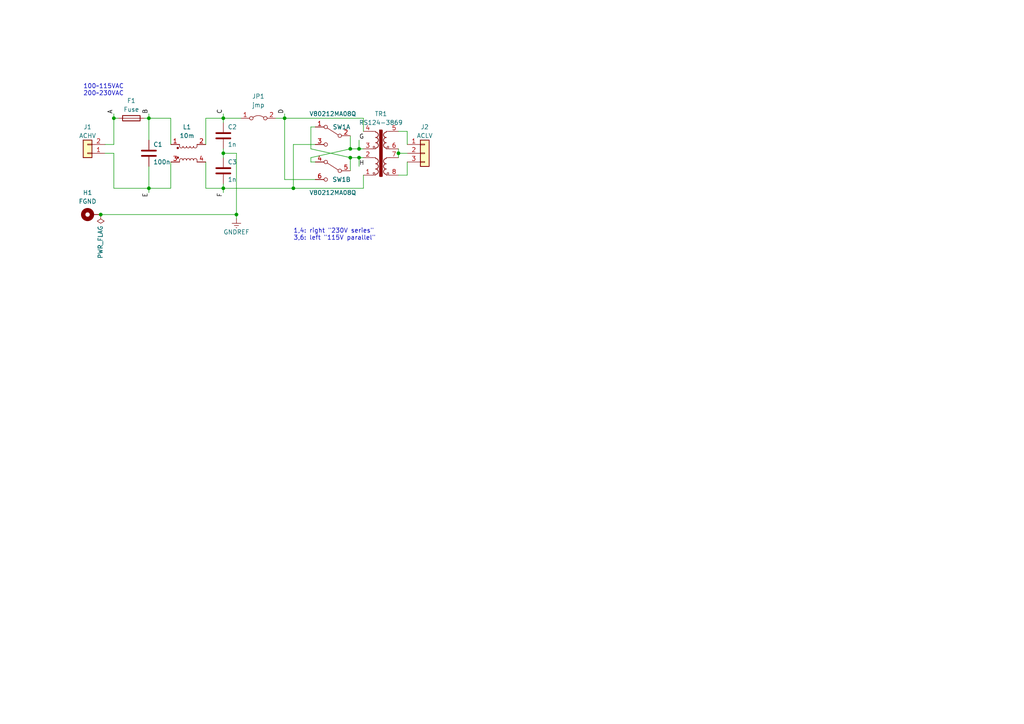
<source format=kicad_sch>
(kicad_sch (version 20211123) (generator eeschema)
  (paper "A4")
  (title_block (title "XPS:PS-AC") (company "yu2924"))
  (lib_symbols
    (symbol "Connector_Generic:Conn_01x02" (pin_names (offset 1.016) hide)
      (property "Reference" "J" (at 0 2.54 0))
      (property "Value" "Conn_01x02" (at 0 -5.08 0))
      (symbol "Conn_01x02_1_1"
        (rectangle (start -1.27 -2.413) (end 0 -2.667) (stroke (width 0.1524)))
        (rectangle (start -1.27 0.127) (end 0 -0.127) (stroke (width 0.1524)))
        (rectangle (start -1.27 1.27) (end 1.27 -3.81) (stroke (width 0.254)) (fill (type background)))
        (pin passive line (at -5.08 0 0) (length 3.81) (name "Pin_1") (number "1"))
        (pin passive line (at -5.08 -2.54 0) (length 3.81) (name "Pin_2") (number "2"))
      )
    )
    (symbol "Connector_Generic:Conn_01x03" (pin_names (offset 1.016) hide)
      (property "Reference" "J" (at 0 5.08 0))
      (property "Value" "Conn_01x03" (at 0 -5.08 0))
      (symbol "Conn_01x03_1_1"
        (rectangle (start -1.27 -2.413) (end 0 -2.667) (stroke (width 0.1524)))
        (rectangle (start -1.27 0.127) (end 0 -0.127) (stroke (width 0.1524)))
        (rectangle (start -1.27 2.667) (end 0 2.413) (stroke (width 0.1524)))
        (rectangle (start -1.27 3.81) (end 1.27 -3.81) (stroke (width 0.254)) (fill (type background)))
        (pin passive line (at -5.08 2.54 0) (length 3.81) (name "Pin_1") (number "1"))
        (pin passive line (at -5.08 0 0) (length 3.81) (name "Pin_2") (number "2"))
        (pin passive line (at -5.08 -2.54 0) (length 3.81) (name "Pin_3") (number "3"))
      )
    )
    (symbol "Device:C" (pin_numbers hide) (pin_names (offset 0.254))
      (property "Reference" "C" (at 0.635 2.54 0))
      (property "Value" "C" (at 0.635 -2.54 0))
      (symbol "C_0_1"
        (polyline (pts (xy -2.032 -0.762) (xy 2.032 -0.762)) (stroke (width 0.508)))
        (polyline (pts (xy -2.032 0.762) (xy 2.032 0.762)) (stroke (width 0.508)))
      )
      (symbol "C_1_1"
        (pin passive line (at 0 3.81 270) (length 2.794) (name "~") (number "1"))
        (pin passive line (at 0 -3.81 90) (length 2.794) (name "~") (number "2"))
      )
    )
    (symbol "Device:Fuse" (pin_numbers hide) (pin_names (offset 0))
      (property "Reference" "F" (at 2.032 0 90))
      (property "Value" "Fuse" (at -1.905 0 90))
      (symbol "Fuse_0_1"
        (rectangle (start -0.762 -2.54) (end 0.762 2.54) (stroke (width 0.254)))
        (polyline (pts (xy 0 2.54) (xy 0 -2.54)))
      )
      (symbol "Fuse_1_1"
        (pin passive line (at 0 3.81 270) (length 1.27) (name "~") (number "1"))
        (pin passive line (at 0 -3.81 90) (length 1.27) (name "~") (number "2"))
      )
    )
    (symbol "Device:L_Coupled" (pin_names (offset 0.254) hide)
      (property "Reference" "L" (at 0 4.445 0))
      (property "Value" "L_Coupled" (at 0 -4.445 0))
      (symbol "L_Coupled_0_1"
        (circle (center -3.048 -1.27) (radius 0.254) (fill (type outline)))
        (circle (center -3.048 1.524) (radius 0.254) (fill (type outline)))
        (arc (start -2.54 2.032) (mid -2.032 1.524) (end -1.524 2.032))
        (arc (start -1.524 -2.032) (mid -2.032 -1.524) (end -2.54 -2.032))
        (arc (start -1.524 2.032) (mid -1.016 1.524) (end -0.508 2.032))
        (arc (start -0.508 -2.032) (mid -1.016 -1.524) (end -1.524 -2.032))
        (arc (start -0.508 2.032) (mid 0 1.524) (end 0.508 2.032))
        (polyline (pts (xy -2.54 -2.032) (xy -2.54 -2.54)))
        (polyline (pts (xy -2.54 2.032) (xy -2.54 2.54)))
        (polyline (pts (xy 2.54 -2.032) (xy 2.54 -2.54)))
        (polyline (pts (xy 2.54 2.54) (xy 2.54 2.032)))
        (arc (start 0.508 -2.032) (mid 0 -1.524) (end -0.508 -2.032))
        (arc (start 0.508 2.032) (mid 1.016 1.524) (end 1.524 2.032))
        (arc (start 1.524 -2.032) (mid 1.016 -1.524) (end 0.508 -2.032))
        (arc (start 1.524 2.032) (mid 2.032 1.524) (end 2.54 2.032))
        (arc (start 2.54 -2.032) (mid 2.032 -1.524) (end 1.524 -2.032))
      )
      (symbol "L_Coupled_1_1"
        (pin passive line (at -5.08 2.54 0) (length 2.54) (name "1") (number "1"))
        (pin passive line (at 5.08 2.54 180) (length 2.54) (name "2") (number "2"))
        (pin passive line (at -5.08 -2.54 0) (length 2.54) (name "3") (number "3"))
        (pin passive line (at 5.08 -2.54 180) (length 2.54) (name "4") (number "4"))
      )
    )
    (symbol "Jumper:Jumper_2_Bridged" (pin_names (offset 0) hide)
      (property "Reference" "JP" (at 0 1.905 0))
      (property "Value" "Jumper_2_Bridged" (at 0 -2.54 0))
      (symbol "Jumper_2_Bridged_0_0"
        (circle (center -2.032 0) (radius 0.508))
        (circle (center 2.032 0) (radius 0.508))
      )
      (symbol "Jumper_2_Bridged_0_1"
        (arc (start 1.524 0.254) (mid 0 0.762) (end -1.524 0.254))
      )
      (symbol "Jumper_2_Bridged_1_1"
        (pin passive line (at -5.08 0 0) (length 2.54) (name "A") (number "1"))
        (pin passive line (at 5.08 0 180) (length 2.54) (name "B") (number "2"))
      )
    )
    (symbol "Local:Transformer-2P-2S" (pin_names (offset 0))
      (property "Reference" "TR" (at 0 10.16 0))
      (property "Value" "Transformer-2P-2S" (at 0 -7.62 0))
      (symbol "Transformer-2P-2S_0_1"
        (circle (center -2.032 -0.508) (radius 0.254))
        (circle (center -2.032 7.112) (radius 0.254))
        (arc (start -1.524 -4.826) (mid -0.762 -4.064) (end -1.524 -3.302) (stroke (width 0.2032)))
        (arc (start -1.524 -3.302) (mid -0.762 -2.54) (end -1.524 -1.778) (stroke (width 0.2032)))
        (arc (start -1.524 -1.778) (mid -0.762 -1.016) (end -1.524 -0.254) (stroke (width 0.2032)))
        (arc (start -1.524 2.794) (mid -0.762 3.556) (end -1.524 4.318) (stroke (width 0.2032)))
        (arc (start -1.524 4.318) (mid -0.762 5.08) (end -1.524 5.842) (stroke (width 0.2032)))
        (arc (start -1.524 5.842) (mid -0.762 6.604) (end -1.524 7.366) (stroke (width 0.2032)))
        (rectangle (start -0.254 7.874) (end 0.254 -5.334) (stroke (width 0.508)) (fill (type outline)))
        (polyline (pts (xy 1.524 -4.826) (xy 1.524 -5.08) (xy 1.524 -5.08)) (fill (type outline)))
        (polyline (pts (xy 1.524 0) (xy 1.524 -0.254) (xy 1.524 -0.254)) (fill (type outline)))
        (polyline (pts (xy 1.524 0) (xy 2.54 0) (xy 2.54 0)))
        (polyline (pts (xy 1.524 2.54) (xy 1.524 2.794) (xy 1.524 2.794)) (fill (type outline)))
        (polyline (pts (xy 1.524 2.54) (xy 2.54 2.54) (xy 2.54 2.54)))
        (polyline (pts (xy 1.524 7.62) (xy 1.524 7.366) (xy 1.524 7.366)) (fill (type outline)))
        (polyline (pts (xy 1.524 7.62) (xy 2.54 7.62) (xy 2.54 7.62)))
        (polyline (pts (xy 2.54 -5.08) (xy 1.524 -5.08) (xy 1.524 -5.08)))
        (polyline (pts (xy -1.524 -4.826) (xy -1.524 -5.08) (xy -2.54 -5.08) (xy -2.54 -5.08)))
        (polyline (pts (xy -1.524 -0.254) (xy -1.524 0) (xy -2.54 0) (xy -2.54 0)))
        (polyline (pts (xy -1.524 2.794) (xy -1.524 2.54) (xy -2.54 2.54) (xy -2.54 2.54)))
        (polyline (pts (xy -1.524 7.366) (xy -1.524 7.62) (xy -2.54 7.62) (xy -2.54 7.62)))
        (arc (start 1.524 -3.302) (mid 0.762 -4.064) (end 1.524 -4.826) (stroke (width 0.2032)))
        (arc (start 1.524 -1.778) (mid 0.762 -2.54) (end 1.524 -3.302) (stroke (width 0.2032)))
        (arc (start 1.524 -0.254) (mid 0.762 -1.016) (end 1.524 -1.778) (stroke (width 0.2032)))
        (arc (start 1.524 4.318) (mid 0.762 3.556) (end 1.524 2.794) (stroke (width 0.2032)))
        (arc (start 1.524 5.842) (mid 0.762 5.08) (end 1.524 4.318) (stroke (width 0.2032)))
        (arc (start 1.524 7.366) (mid 0.762 6.604) (end 1.524 5.842) (stroke (width 0.2032)))
        (circle (center 2.032 -0.508) (radius 0.254))
        (circle (center 2.032 7.112) (radius 0.254))
      )
      (symbol "Transformer-2P-2S_1_1"
        (pin passive line (at -5.08 7.62 0) (length 2.54) (name "~") (number "1"))
        (pin passive line (at -5.08 2.54 0) (length 2.54) (name "~") (number "2"))
        (pin passive line (at -5.08 0 0) (length 2.54) (name "~") (number "3"))
        (pin passive line (at -5.08 -5.08 0) (length 2.54) (name "~") (number "4"))
        (pin passive line (at 5.08 -5.08 180) (length 2.54) (name "~") (number "5"))
        (pin passive line (at 5.08 0 180) (length 2.54) (name "~") (number "6"))
        (pin passive line (at 5.08 2.54 180) (length 2.54) (name "~") (number "7"))
        (pin passive line (at 5.08 7.62 180) (length 2.54) (name "~") (number "8"))
      )
    )
    (symbol "Mechanical:MountingHole_Pad" (pin_numbers hide) (pin_names (offset 1.016) hide)
      (property "Reference" "H" (at 0 6.35 0))
      (property "Value" "MountingHole_Pad" (at 0 4.445 0))
      (symbol "MountingHole_Pad_0_1"
        (circle (center 0 1.27) (radius 1.27) (stroke (width 1.27)))
      )
      (symbol "MountingHole_Pad_1_1"
        (pin input line (at 0 -2.54 90) (length 2.54) (name "1") (number "1"))
      )
    )
    (symbol "Switch:SW_DPDT_x2" (pin_names (offset 0) hide)
      (property "Reference" "SW" (at 0 4.318 0))
      (property "Value" "SW_DPDT_x2" (at 0 -5.08 0))
      (symbol "SW_DPDT_x2_0_0"
        (circle (center -2.032 0) (radius 0.508))
        (circle (center 2.032 -2.54) (radius 0.508))
      )
      (symbol "SW_DPDT_x2_0_1"
        (polyline (pts (xy -1.524 0.254) (xy 1.651 2.286)))
        (circle (center 2.032 2.54) (radius 0.508))
      )
      (symbol "SW_DPDT_x2_1_1"
        (pin passive line (at 5.08 2.54 180) (length 2.54) (name "A") (number "1"))
        (pin passive line (at -5.08 0 0) (length 2.54) (name "B") (number "2"))
        (pin passive line (at 5.08 -2.54 180) (length 2.54) (name "C") (number "3"))
      )
      (symbol "SW_DPDT_x2_2_1"
        (pin passive line (at 5.08 2.54 180) (length 2.54) (name "A") (number "4"))
        (pin passive line (at -5.08 0 0) (length 2.54) (name "B") (number "5"))
        (pin passive line (at 5.08 -2.54 180) (length 2.54) (name "C") (number "6"))
      )
    )
    (symbol "power:GNDREF" (power) (pin_names (offset 0))
      (property "Value" "GNDREF" (at 0 -3.81 0))
      (symbol "GNDREF_0_1"
        (polyline (pts (xy -0.635 -1.905) (xy 0.635 -1.905)))
        (polyline (pts (xy -0.127 -2.54) (xy 0.127 -2.54)))
        (polyline (pts (xy 0 -1.27) (xy 0 0)))
        (polyline (pts (xy 1.27 -1.27) (xy -1.27 -1.27)))
      )
      (symbol "GNDREF_1_1"
        (pin power_in line (at 0 0 270) (length 0) hide (name "GNDREF") (number "1"))
      )
    )
    (symbol "power:PWR_FLAG" (power) (pin_numbers hide) (pin_names (offset 0) hide)
      (property "Value" "PWR_FLAG" (at 0 3.81 0))
      (symbol "PWR_FLAG_0_0"
        (pin power_out line (at 0 0 90) (length 0) (name "pwr") (number "1"))
      )
      (symbol "PWR_FLAG_0_1"
        (polyline (pts (xy 0 0) (xy 0 1.27) (xy -1.016 1.905) (xy 0 2.54) (xy 1.016 1.905) (xy 0 1.27)))
      )
    )
  )
  (junction (at 101.6 43.18))
  (junction (at 82.55 34.29))
  (junction (at 115.57 44.45))
  (junction (at 64.77 34.29))
  (junction (at 68.58 62.23))
  (junction (at 104.14 43.18))
  (junction (at 101.6 45.72))
  (junction (at 33.02 34.29))
  (junction (at 104.14 45.72))
  (junction (at 64.77 44.45))
  (junction (at 64.77 54.61))
  (junction (at 29.21 62.23))
  (junction (at 85.09 54.61))
  (junction (at 43.18 34.29))
  (junction (at 43.18 54.61))
  (wire (pts (xy 49.53 46.99) (xy 49.53 54.61)))
  (wire (pts (xy 41.91 34.29) (xy 43.18 34.29)))
  (wire (pts (xy 101.6 39.37) (xy 101.6 43.18)))
  (wire (pts (xy 90.17 46.99) (xy 91.44 46.99)))
  (wire (pts (xy 90.17 36.83) (xy 91.44 36.83)))
  (wire (pts (xy 101.6 45.72) (xy 101.6 49.53)))
  (wire (pts (xy 101.6 43.18) (xy 104.14 43.18)))
  (wire (pts (xy 82.55 33.02) (xy 82.55 34.29)))
  (wire (pts (xy 118.11 50.8) (xy 118.11 46.99)))
  (wire (pts (xy 85.09 41.91) (xy 91.44 41.91)))
  (wire (pts (xy 33.02 44.45) (xy 30.48 44.45)))
  (wire (pts (xy 49.53 34.29) (xy 49.53 41.91)))
  (wire (pts (xy 115.57 43.18) (xy 115.57 44.45)))
  (wire (pts (xy 59.69 34.29) (xy 64.77 34.29)))
  (wire (pts (xy 64.77 44.45) (xy 64.77 45.72)))
  (wire (pts (xy 68.58 62.23) (xy 68.58 44.45)))
  (wire (pts (xy 115.57 44.45) (xy 115.57 45.72)))
  (wire (pts (xy 85.09 54.61) (xy 105.41 54.61)))
  (wire (pts (xy 68.58 62.23) (xy 68.58 63.5)))
  (wire (pts (xy 64.77 33.02) (xy 64.77 34.29)))
  (wire (pts (xy 115.57 50.8) (xy 118.11 50.8)))
  (wire (pts (xy 33.02 33.02) (xy 33.02 34.29)))
  (wire (pts (xy 33.02 34.29) (xy 34.29 34.29)))
  (wire (pts (xy 43.18 34.29) (xy 49.53 34.29)))
  (wire (pts (xy 68.58 44.45) (xy 64.77 44.45)))
  (wire (pts (xy 49.53 54.61) (xy 43.18 54.61)))
  (wire (pts (xy 104.14 40.64) (xy 104.14 43.18)))
  (wire (pts (xy 64.77 54.61) (xy 85.09 54.61)))
  (wire (pts (xy 64.77 34.29) (xy 69.85 34.29)))
  (wire (pts (xy 118.11 38.1) (xy 118.11 41.91)))
  (wire (pts (xy 33.02 41.91) (xy 30.48 41.91)))
  (wire (pts (xy 90.17 43.18) (xy 90.17 36.83)))
  (wire (pts (xy 90.17 45.72) (xy 101.6 43.18)))
  (wire (pts (xy 104.14 45.72) (xy 104.14 48.26)))
  (wire (pts (xy 90.17 45.72) (xy 90.17 46.99)))
  (wire (pts (xy 104.14 43.18) (xy 105.41 43.18)))
  (wire (pts (xy 105.41 50.8) (xy 105.41 54.61)))
  (wire (pts (xy 82.55 34.29) (xy 82.55 52.07)))
  (wire (pts (xy 64.77 53.34) (xy 64.77 54.61)))
  (wire (pts (xy 82.55 34.29) (xy 105.41 34.29)))
  (wire (pts (xy 43.18 48.26) (xy 43.18 54.61)))
  (wire (pts (xy 115.57 38.1) (xy 118.11 38.1)))
  (wire (pts (xy 118.11 44.45) (xy 115.57 44.45)))
  (wire (pts (xy 29.21 62.23) (xy 68.58 62.23)))
  (wire (pts (xy 104.14 45.72) (xy 101.6 45.72)))
  (wire (pts (xy 91.44 52.07) (xy 82.55 52.07)))
  (wire (pts (xy 43.18 54.61) (xy 43.18 55.88)))
  (wire (pts (xy 105.41 45.72) (xy 104.14 45.72)))
  (wire (pts (xy 105.41 34.29) (xy 105.41 38.1)))
  (wire (pts (xy 59.69 34.29) (xy 59.69 41.91)))
  (wire (pts (xy 85.09 41.91) (xy 85.09 54.61)))
  (wire (pts (xy 64.77 34.29) (xy 64.77 35.56)))
  (wire (pts (xy 43.18 33.02) (xy 43.18 34.29)))
  (wire (pts (xy 64.77 54.61) (xy 59.69 54.61)))
  (wire (pts (xy 80.01 34.29) (xy 82.55 34.29)))
  (wire (pts (xy 59.69 46.99) (xy 59.69 54.61)))
  (wire (pts (xy 64.77 43.18) (xy 64.77 44.45)))
  (wire (pts (xy 33.02 44.45) (xy 33.02 54.61)))
  (wire (pts (xy 43.18 34.29) (xy 43.18 40.64)))
  (wire (pts (xy 90.17 43.18) (xy 101.6 45.72)))
  (wire (pts (xy 64.77 54.61) (xy 64.77 55.88)))
  (wire (pts (xy 33.02 41.91) (xy 33.02 34.29)))
  (wire (pts (xy 43.18 54.61) (xy 33.02 54.61)))
  (text "1,4: right \"230V series\"\n3,6: left \"115V parallel\"" (at 85.09 69.85 0) (effects (font (size 1.27 1.27)) (justify left bottom)))
  (text "100~115VAC\n200~230VAC" (at 24.13 27.94 0) (effects (font (size 1.27 1.27)) (justify left bottom)))
  (label "D" (at 82.55 33.02 90))
  (label "F" (at 64.77 55.88 270))
  (label "E" (at 43.18 55.88 270))
  (label "H" (at 104.14 48.26 0))
  (label "B" (at 43.18 33.02 90))
  (label "C" (at 64.77 33.02 90))
  (label "A" (at 33.02 33.02 90))
  (label "G" (at 104.14 40.64 0))
  (symbol (lib_id "Device:C") (at 64.77 39.37 0) (unit 1)
    (property "Reference" "C2" (at 66.04 36.83 0) (effects (justify left)))
    (property "Value" "1n" (at 66.04 41.91 0) (effects (justify left)))
    (property "Footprint" "Capacitor_THT:C_Disc_D7.5mm_W5.0mm_P7.50mm" (effects hide))
    (property "Comment" "TDK CS45-E2GA102M-NKA" (effects hide))
  )
  (symbol (lib_id "Switch:SW_DPDT_x2") (at 96.52 49.53 0) (mirror y) (unit 2)
    (property "Reference" "SW1" (at 99.06 52.07 0))
    (property "Value" "V80212MA08Q" (at 96.52 33.02 0))
    (property "Footprint" "Local:C&K-V80212MA08Q" (effects hide))
    (property "Comment" "C&K V80212MA08Q" (effects hide))
  )
  (symbol (lib_id "Mechanical:MountingHole_Pad") (at 26.67 62.23 90) (unit 1)
    (property "Reference" "H1" (at 25.4 55.88 90))
    (property "Value" "FGND" (at 25.4 58.42 90))
    (property "Footprint" "MountingHole:MountingHole_3.2mm_M3_Pad" (effects hide))
  )
  (symbol (lib_id "Device:Fuse") (at 38.1 34.29 90) (unit 1)
    (property "Reference" "F1" (at 38.1 29.21 90))
    (property "Value" "Fuse" (at 38.1 31.75 90))
    (property "Footprint" "Local:FUSEHOLDER-FUC-03A" (effects hide))
  )
  (symbol (lib_id "Device:C") (at 43.18 44.45 0) (unit 1)
    (property "Reference" "C1" (at 44.45 41.91 0) (effects (justify left)))
    (property "Value" "100n" (at 44.45 46.99 0) (effects (justify left)))
    (property "Footprint" "Capacitor_THT:C_Rect_L13.0mm_W6.0mm_P10.00mm_FKS3_FKP3_MKS4" (effects hide))
    (property "Comment" "TDK B32921C3104M000" (effects hide))
  )
  (symbol (lib_id "power:GNDREF") (at 68.58 63.5 0) (unit 1)
    (property "Reference" "#PWR01" (effects hide))
    (property "Value" "GNDREF" (at 68.58 67.31 0))
  )
  (symbol (lib_id "power:PWR_FLAG") (at 29.21 62.23 180) (unit 1)
    (property "Reference" "#FLG01" (effects hide))
    (property "Value" "PWR_FLAG" (at 29.116 75.0627 90) (effects (justify right)))
  )
  (symbol (lib_id "Device:L_Coupled") (at 54.61 44.45 0) (unit 1)
    (property "Reference" "L1" (at 54.229 36.83 0))
    (property "Value" "10m" (at 54.229 39.37 0))
    (property "Footprint" "Local:Schaffner-RC212" (effects hide))
    (property "Comment" "Schaffner RC212-0.5-10M" (effects hide))
  )
  (symbol (lib_id "Jumper:Jumper_2_Bridged") (at 74.93 34.29 0) (unit 1)
    (property "Reference" "JP1" (at 74.93 27.94 0))
    (property "Value" "jmp" (at 74.93 30.48 0))
    (property "Footprint" "Local:JumpWire-P18mm" (effects hide))
  )
  (symbol (lib_id "Connector_Generic:Conn_01x03") (at 123.19 44.45 0) (unit 1)
    (property "Reference" "J2" (at 123.19 36.83 0))
    (property "Value" "ACLV" (at 123.19 39.37 0))
    (property "Footprint" "Local:JST-XH-B3B-XH-A-1x03-P2.50mm-Vertical" (effects hide))
  )
  (symbol (lib_id "Switch:SW_DPDT_x2") (at 96.52 39.37 0) (mirror y) (unit 1)
    (property "Reference" "SW1" (at 99.06 36.83 0))
    (property "Value" "V80212MA08Q" (at 96.52 55.88 0))
    (property "Footprint" "Local:C&K-V80212MA08Q" (effects hide))
    (property "Comment" "C&K V80212MA08Q" (effects hide))
  )
  (symbol (lib_id "Local:Transformer-2P-2S") (at 110.49 43.18 0) (mirror x) (unit 1)
    (property "Reference" "TR1" (at 110.49 33.02 0))
    (property "Value" "RS124-3869" (at 110.49 35.56 0))
    (property "Footprint" "Local:RS-124-3869" (effects hide))
    (property "Comment" "RS PRO 124-3869" (effects hide))
  )
  (symbol (lib_id "Connector_Generic:Conn_01x02") (at 25.4 44.45 180) (unit 1)
    (property "Reference" "J1" (at 25.4 36.83 0))
    (property "Value" "ACHV" (at 25.4 39.37 0))
    (property "Footprint" "Connector_JST:JST_VH_B2P3-VH_1x02_P7.92mm_Vertical" (effects hide))
  )
  (symbol (lib_id "Device:C") (at 64.77 49.53 0) (unit 1)
    (property "Reference" "C3" (at 66.04 46.99 0) (effects (justify left)))
    (property "Value" "1n" (at 66.04 52.07 0) (effects (justify left)))
    (property "Footprint" "Capacitor_THT:C_Disc_D7.5mm_W5.0mm_P7.50mm" (effects hide))
    (property "Comment" "TDK CS45-E2GA102M-NKA" (effects hide))
  )
)
</source>
